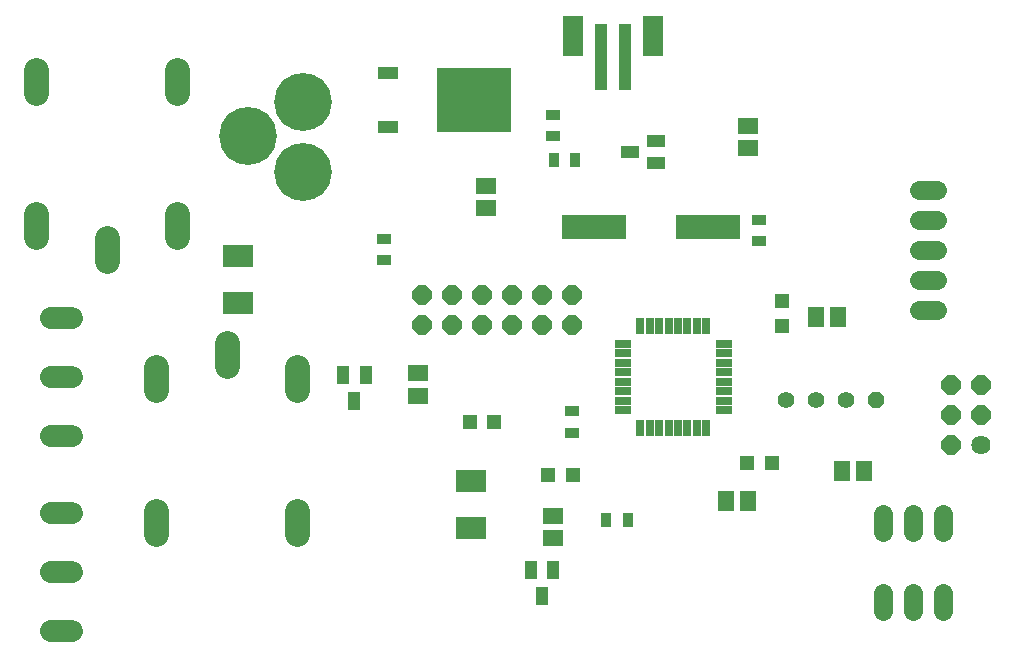
<source format=gts>
G75*
%MOIN*%
%OFA0B0*%
%FSLAX25Y25*%
%IPPOS*%
%LPD*%
%AMOC8*
5,1,8,0,0,1.08239X$1,22.5*
%
%ADD10R,0.05124X0.03550*%
%ADD11R,0.03550X0.05124*%
%ADD12R,0.09849X0.07487*%
%ADD13OC8,0.05550*%
%ADD14C,0.05550*%
%ADD15R,0.04337X0.22054*%
%ADD16R,0.06699X0.13786*%
%ADD17R,0.24809X0.21660*%
%ADD18R,0.06699X0.04337*%
%ADD19C,0.06400*%
%ADD20C,0.06400*%
%ADD21OC8,0.06400*%
%ADD22R,0.05124X0.05124*%
%ADD23R,0.21400X0.08000*%
%ADD24R,0.04337X0.05912*%
%ADD25R,0.05912X0.04337*%
%ADD26R,0.05518X0.06699*%
%ADD27R,0.06699X0.05518*%
%ADD28C,0.07450*%
%ADD29R,0.02600X0.05400*%
%ADD30R,0.05400X0.02600*%
%ADD31C,0.19298*%
%ADD32C,0.08200*%
D10*
X0197379Y0077957D03*
X0197379Y0085043D03*
X0134879Y0135457D03*
X0134879Y0142543D03*
X0191129Y0176707D03*
X0191129Y0183793D03*
X0259879Y0148793D03*
X0259879Y0141707D03*
D11*
X0198422Y0169000D03*
X0191335Y0169000D03*
X0208835Y0049000D03*
X0215922Y0049000D03*
D12*
X0163629Y0046028D03*
X0163629Y0061972D03*
X0086129Y0121028D03*
X0086129Y0136972D03*
D13*
X0298629Y0089000D03*
D14*
X0288629Y0089000D03*
X0278629Y0089000D03*
X0268629Y0089000D03*
D15*
X0215066Y0203163D03*
X0207192Y0203163D03*
D16*
X0197743Y0210250D03*
X0224515Y0210250D03*
D17*
X0164721Y0189000D03*
D18*
X0135981Y0180024D03*
X0135981Y0197976D03*
D19*
X0313129Y0159000D02*
X0319129Y0159000D01*
X0319129Y0149000D02*
X0313129Y0149000D01*
X0313129Y0139000D02*
X0319129Y0139000D01*
X0319129Y0129000D02*
X0313129Y0129000D01*
X0313129Y0119000D02*
X0319129Y0119000D01*
X0321129Y0050750D02*
X0321129Y0044750D01*
X0311129Y0044750D02*
X0311129Y0050750D01*
X0301129Y0050750D02*
X0301129Y0044750D01*
X0301129Y0024500D02*
X0301129Y0018500D01*
X0311129Y0018500D02*
X0311129Y0024500D01*
X0321129Y0024500D02*
X0321129Y0018500D01*
D20*
X0333629Y0074000D03*
D21*
X0323629Y0074000D03*
X0323629Y0084000D03*
X0333629Y0084000D03*
X0333629Y0094000D03*
X0323629Y0094000D03*
X0197379Y0114000D03*
X0187379Y0114000D03*
X0177379Y0114000D03*
X0167379Y0114000D03*
X0157379Y0114000D03*
X0147379Y0114000D03*
X0147379Y0124000D03*
X0157379Y0124000D03*
X0167379Y0124000D03*
X0177379Y0124000D03*
X0187379Y0124000D03*
X0197379Y0124000D03*
D22*
X0171513Y0081500D03*
X0163245Y0081500D03*
X0189495Y0064000D03*
X0197763Y0064000D03*
X0255745Y0067750D03*
X0264013Y0067750D03*
X0267379Y0113616D03*
X0267379Y0121884D03*
D23*
X0242629Y0146500D03*
X0204629Y0146500D03*
D24*
X0128619Y0097081D03*
X0121139Y0097081D03*
X0124879Y0088419D03*
X0183639Y0032081D03*
X0191119Y0032081D03*
X0187379Y0023419D03*
D25*
X0225459Y0167760D03*
X0216798Y0171500D03*
X0225459Y0175240D03*
D26*
X0278639Y0116500D03*
X0286119Y0116500D03*
X0287389Y0065250D03*
X0294869Y0065250D03*
X0256119Y0055250D03*
X0248639Y0055250D03*
D27*
X0191129Y0050240D03*
X0191129Y0042760D03*
X0146129Y0090260D03*
X0146129Y0097740D03*
X0168629Y0152760D03*
X0168629Y0160240D03*
X0256129Y0172760D03*
X0256129Y0180240D03*
D28*
X0030825Y0011815D02*
X0023775Y0011815D01*
X0023775Y0031500D02*
X0030825Y0031500D01*
X0030825Y0051185D02*
X0023775Y0051185D01*
X0023775Y0076815D02*
X0030825Y0076815D01*
X0030825Y0096500D02*
X0023775Y0096500D01*
X0023775Y0116185D02*
X0030825Y0116185D01*
D29*
X0220105Y0113400D03*
X0223255Y0113400D03*
X0226404Y0113400D03*
X0229554Y0113400D03*
X0232704Y0113400D03*
X0235853Y0113400D03*
X0239003Y0113400D03*
X0242152Y0113400D03*
X0242152Y0079600D03*
X0239003Y0079600D03*
X0235853Y0079600D03*
X0232704Y0079600D03*
X0229554Y0079600D03*
X0226404Y0079600D03*
X0223255Y0079600D03*
X0220105Y0079600D03*
D30*
X0214229Y0085476D03*
X0214229Y0088626D03*
X0214229Y0091776D03*
X0214229Y0094925D03*
X0214229Y0098075D03*
X0214229Y0101224D03*
X0214229Y0104374D03*
X0214229Y0107524D03*
X0248029Y0107524D03*
X0248029Y0104374D03*
X0248029Y0101224D03*
X0248029Y0098075D03*
X0248029Y0094925D03*
X0248029Y0091776D03*
X0248029Y0088626D03*
X0248029Y0085476D03*
D31*
X0107772Y0164925D03*
X0089269Y0176736D03*
X0107772Y0188154D03*
D32*
X0065879Y0191100D02*
X0065879Y0198900D01*
X0018879Y0198900D02*
X0018879Y0191100D01*
X0018879Y0150900D02*
X0018879Y0143100D01*
X0042379Y0142900D02*
X0042379Y0135100D01*
X0065879Y0143100D02*
X0065879Y0150900D01*
X0082379Y0107900D02*
X0082379Y0100100D01*
X0105879Y0099900D02*
X0105879Y0092100D01*
X0058879Y0092100D02*
X0058879Y0099900D01*
X0058879Y0051900D02*
X0058879Y0044100D01*
X0105879Y0044100D02*
X0105879Y0051900D01*
M02*

</source>
